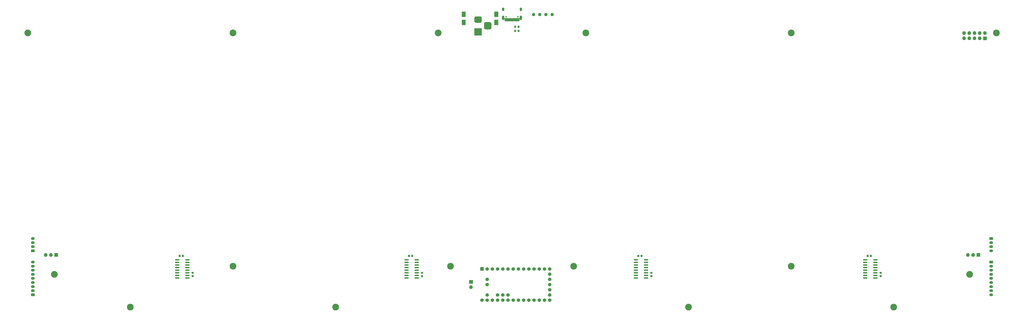
<source format=gbr>
G04 #@! TF.GenerationSoftware,KiCad,Pcbnew,(5.1.7)-1*
G04 #@! TF.CreationDate,2021-02-28T23:21:41-05:00*
G04 #@! TF.ProjectId,OpeNITHM-full,4f70654e-4954-4484-9d2d-66756c6c2e6b,rev?*
G04 #@! TF.SameCoordinates,Original*
G04 #@! TF.FileFunction,Soldermask,Bot*
G04 #@! TF.FilePolarity,Negative*
%FSLAX46Y46*%
G04 Gerber Fmt 4.6, Leading zero omitted, Abs format (unit mm)*
G04 Created by KiCad (PCBNEW (5.1.7)-1) date 2021-02-28 23:21:41*
%MOMM*%
%LPD*%
G01*
G04 APERTURE LIST*
%ADD10O,1.102000X1.702000*%
%ADD11C,0.752000*%
%ADD12O,1.102000X2.202000*%
%ADD13O,1.802000X1.802000*%
%ADD14C,1.702000*%
%ADD15C,1.602000*%
%ADD16O,1.852000X1.302000*%
%ADD17C,3.302000*%
%ADD18C,0.100000*%
G04 APERTURE END LIST*
G36*
G01*
X209371000Y-128729500D02*
X209371000Y-129080500D01*
G75*
G02*
X209195500Y-129256000I-175500J0D01*
G01*
X207494500Y-129256000D01*
G75*
G02*
X207319000Y-129080500I0J175500D01*
G01*
X207319000Y-128729500D01*
G75*
G02*
X207494500Y-128554000I175500J0D01*
G01*
X209195500Y-128554000D01*
G75*
G02*
X209371000Y-128729500I0J-175500D01*
G01*
G37*
G36*
G01*
X209371000Y-129999500D02*
X209371000Y-130350500D01*
G75*
G02*
X209195500Y-130526000I-175500J0D01*
G01*
X207494500Y-130526000D01*
G75*
G02*
X207319000Y-130350500I0J175500D01*
G01*
X207319000Y-129999500D01*
G75*
G02*
X207494500Y-129824000I175500J0D01*
G01*
X209195500Y-129824000D01*
G75*
G02*
X209371000Y-129999500I0J-175500D01*
G01*
G37*
G36*
G01*
X209371000Y-131269500D02*
X209371000Y-131620500D01*
G75*
G02*
X209195500Y-131796000I-175500J0D01*
G01*
X207494500Y-131796000D01*
G75*
G02*
X207319000Y-131620500I0J175500D01*
G01*
X207319000Y-131269500D01*
G75*
G02*
X207494500Y-131094000I175500J0D01*
G01*
X209195500Y-131094000D01*
G75*
G02*
X209371000Y-131269500I0J-175500D01*
G01*
G37*
G36*
G01*
X209371000Y-132539500D02*
X209371000Y-132890500D01*
G75*
G02*
X209195500Y-133066000I-175500J0D01*
G01*
X207494500Y-133066000D01*
G75*
G02*
X207319000Y-132890500I0J175500D01*
G01*
X207319000Y-132539500D01*
G75*
G02*
X207494500Y-132364000I175500J0D01*
G01*
X209195500Y-132364000D01*
G75*
G02*
X209371000Y-132539500I0J-175500D01*
G01*
G37*
G36*
G01*
X209371000Y-133809500D02*
X209371000Y-134160500D01*
G75*
G02*
X209195500Y-134336000I-175500J0D01*
G01*
X207494500Y-134336000D01*
G75*
G02*
X207319000Y-134160500I0J175500D01*
G01*
X207319000Y-133809500D01*
G75*
G02*
X207494500Y-133634000I175500J0D01*
G01*
X209195500Y-133634000D01*
G75*
G02*
X209371000Y-133809500I0J-175500D01*
G01*
G37*
G36*
G01*
X209371000Y-135079500D02*
X209371000Y-135430500D01*
G75*
G02*
X209195500Y-135606000I-175500J0D01*
G01*
X207494500Y-135606000D01*
G75*
G02*
X207319000Y-135430500I0J175500D01*
G01*
X207319000Y-135079500D01*
G75*
G02*
X207494500Y-134904000I175500J0D01*
G01*
X209195500Y-134904000D01*
G75*
G02*
X209371000Y-135079500I0J-175500D01*
G01*
G37*
G36*
G01*
X209371000Y-136349500D02*
X209371000Y-136700500D01*
G75*
G02*
X209195500Y-136876000I-175500J0D01*
G01*
X207494500Y-136876000D01*
G75*
G02*
X207319000Y-136700500I0J175500D01*
G01*
X207319000Y-136349500D01*
G75*
G02*
X207494500Y-136174000I175500J0D01*
G01*
X209195500Y-136174000D01*
G75*
G02*
X209371000Y-136349500I0J-175500D01*
G01*
G37*
G36*
G01*
X209371000Y-137619500D02*
X209371000Y-137970500D01*
G75*
G02*
X209195500Y-138146000I-175500J0D01*
G01*
X207494500Y-138146000D01*
G75*
G02*
X207319000Y-137970500I0J175500D01*
G01*
X207319000Y-137619500D01*
G75*
G02*
X207494500Y-137444000I175500J0D01*
G01*
X209195500Y-137444000D01*
G75*
G02*
X209371000Y-137619500I0J-175500D01*
G01*
G37*
G36*
G01*
X214321000Y-137619500D02*
X214321000Y-137970500D01*
G75*
G02*
X214145500Y-138146000I-175500J0D01*
G01*
X212444500Y-138146000D01*
G75*
G02*
X212269000Y-137970500I0J175500D01*
G01*
X212269000Y-137619500D01*
G75*
G02*
X212444500Y-137444000I175500J0D01*
G01*
X214145500Y-137444000D01*
G75*
G02*
X214321000Y-137619500I0J-175500D01*
G01*
G37*
G36*
G01*
X214321000Y-136349500D02*
X214321000Y-136700500D01*
G75*
G02*
X214145500Y-136876000I-175500J0D01*
G01*
X212444500Y-136876000D01*
G75*
G02*
X212269000Y-136700500I0J175500D01*
G01*
X212269000Y-136349500D01*
G75*
G02*
X212444500Y-136174000I175500J0D01*
G01*
X214145500Y-136174000D01*
G75*
G02*
X214321000Y-136349500I0J-175500D01*
G01*
G37*
G36*
G01*
X214321000Y-135079500D02*
X214321000Y-135430500D01*
G75*
G02*
X214145500Y-135606000I-175500J0D01*
G01*
X212444500Y-135606000D01*
G75*
G02*
X212269000Y-135430500I0J175500D01*
G01*
X212269000Y-135079500D01*
G75*
G02*
X212444500Y-134904000I175500J0D01*
G01*
X214145500Y-134904000D01*
G75*
G02*
X214321000Y-135079500I0J-175500D01*
G01*
G37*
G36*
G01*
X214321000Y-133809500D02*
X214321000Y-134160500D01*
G75*
G02*
X214145500Y-134336000I-175500J0D01*
G01*
X212444500Y-134336000D01*
G75*
G02*
X212269000Y-134160500I0J175500D01*
G01*
X212269000Y-133809500D01*
G75*
G02*
X212444500Y-133634000I175500J0D01*
G01*
X214145500Y-133634000D01*
G75*
G02*
X214321000Y-133809500I0J-175500D01*
G01*
G37*
G36*
G01*
X214321000Y-132539500D02*
X214321000Y-132890500D01*
G75*
G02*
X214145500Y-133066000I-175500J0D01*
G01*
X212444500Y-133066000D01*
G75*
G02*
X212269000Y-132890500I0J175500D01*
G01*
X212269000Y-132539500D01*
G75*
G02*
X212444500Y-132364000I175500J0D01*
G01*
X214145500Y-132364000D01*
G75*
G02*
X214321000Y-132539500I0J-175500D01*
G01*
G37*
G36*
G01*
X214321000Y-131269500D02*
X214321000Y-131620500D01*
G75*
G02*
X214145500Y-131796000I-175500J0D01*
G01*
X212444500Y-131796000D01*
G75*
G02*
X212269000Y-131620500I0J175500D01*
G01*
X212269000Y-131269500D01*
G75*
G02*
X212444500Y-131094000I175500J0D01*
G01*
X214145500Y-131094000D01*
G75*
G02*
X214321000Y-131269500I0J-175500D01*
G01*
G37*
G36*
G01*
X214321000Y-129999500D02*
X214321000Y-130350500D01*
G75*
G02*
X214145500Y-130526000I-175500J0D01*
G01*
X212444500Y-130526000D01*
G75*
G02*
X212269000Y-130350500I0J175500D01*
G01*
X212269000Y-129999500D01*
G75*
G02*
X212444500Y-129824000I175500J0D01*
G01*
X214145500Y-129824000D01*
G75*
G02*
X214321000Y-129999500I0J-175500D01*
G01*
G37*
G36*
G01*
X214321000Y-128729500D02*
X214321000Y-129080500D01*
G75*
G02*
X214145500Y-129256000I-175500J0D01*
G01*
X212444500Y-129256000D01*
G75*
G02*
X212269000Y-129080500I0J175500D01*
G01*
X212269000Y-128729500D01*
G75*
G02*
X212444500Y-128554000I175500J0D01*
G01*
X214145500Y-128554000D01*
G75*
G02*
X214321000Y-128729500I0J-175500D01*
G01*
G37*
G36*
G01*
X-9199000Y-128729500D02*
X-9199000Y-129080500D01*
G75*
G02*
X-9374500Y-129256000I-175500J0D01*
G01*
X-11075500Y-129256000D01*
G75*
G02*
X-11251000Y-129080500I0J175500D01*
G01*
X-11251000Y-128729500D01*
G75*
G02*
X-11075500Y-128554000I175500J0D01*
G01*
X-9374500Y-128554000D01*
G75*
G02*
X-9199000Y-128729500I0J-175500D01*
G01*
G37*
G36*
G01*
X-9199000Y-129999500D02*
X-9199000Y-130350500D01*
G75*
G02*
X-9374500Y-130526000I-175500J0D01*
G01*
X-11075500Y-130526000D01*
G75*
G02*
X-11251000Y-130350500I0J175500D01*
G01*
X-11251000Y-129999500D01*
G75*
G02*
X-11075500Y-129824000I175500J0D01*
G01*
X-9374500Y-129824000D01*
G75*
G02*
X-9199000Y-129999500I0J-175500D01*
G01*
G37*
G36*
G01*
X-9199000Y-131269500D02*
X-9199000Y-131620500D01*
G75*
G02*
X-9374500Y-131796000I-175500J0D01*
G01*
X-11075500Y-131796000D01*
G75*
G02*
X-11251000Y-131620500I0J175500D01*
G01*
X-11251000Y-131269500D01*
G75*
G02*
X-11075500Y-131094000I175500J0D01*
G01*
X-9374500Y-131094000D01*
G75*
G02*
X-9199000Y-131269500I0J-175500D01*
G01*
G37*
G36*
G01*
X-9199000Y-132539500D02*
X-9199000Y-132890500D01*
G75*
G02*
X-9374500Y-133066000I-175500J0D01*
G01*
X-11075500Y-133066000D01*
G75*
G02*
X-11251000Y-132890500I0J175500D01*
G01*
X-11251000Y-132539500D01*
G75*
G02*
X-11075500Y-132364000I175500J0D01*
G01*
X-9374500Y-132364000D01*
G75*
G02*
X-9199000Y-132539500I0J-175500D01*
G01*
G37*
G36*
G01*
X-9199000Y-133809500D02*
X-9199000Y-134160500D01*
G75*
G02*
X-9374500Y-134336000I-175500J0D01*
G01*
X-11075500Y-134336000D01*
G75*
G02*
X-11251000Y-134160500I0J175500D01*
G01*
X-11251000Y-133809500D01*
G75*
G02*
X-11075500Y-133634000I175500J0D01*
G01*
X-9374500Y-133634000D01*
G75*
G02*
X-9199000Y-133809500I0J-175500D01*
G01*
G37*
G36*
G01*
X-9199000Y-135079500D02*
X-9199000Y-135430500D01*
G75*
G02*
X-9374500Y-135606000I-175500J0D01*
G01*
X-11075500Y-135606000D01*
G75*
G02*
X-11251000Y-135430500I0J175500D01*
G01*
X-11251000Y-135079500D01*
G75*
G02*
X-11075500Y-134904000I175500J0D01*
G01*
X-9374500Y-134904000D01*
G75*
G02*
X-9199000Y-135079500I0J-175500D01*
G01*
G37*
G36*
G01*
X-9199000Y-136349500D02*
X-9199000Y-136700500D01*
G75*
G02*
X-9374500Y-136876000I-175500J0D01*
G01*
X-11075500Y-136876000D01*
G75*
G02*
X-11251000Y-136700500I0J175500D01*
G01*
X-11251000Y-136349500D01*
G75*
G02*
X-11075500Y-136174000I175500J0D01*
G01*
X-9374500Y-136174000D01*
G75*
G02*
X-9199000Y-136349500I0J-175500D01*
G01*
G37*
G36*
G01*
X-9199000Y-137619500D02*
X-9199000Y-137970500D01*
G75*
G02*
X-9374500Y-138146000I-175500J0D01*
G01*
X-11075500Y-138146000D01*
G75*
G02*
X-11251000Y-137970500I0J175500D01*
G01*
X-11251000Y-137619500D01*
G75*
G02*
X-11075500Y-137444000I175500J0D01*
G01*
X-9374500Y-137444000D01*
G75*
G02*
X-9199000Y-137619500I0J-175500D01*
G01*
G37*
G36*
G01*
X-14149000Y-137619500D02*
X-14149000Y-137970500D01*
G75*
G02*
X-14324500Y-138146000I-175500J0D01*
G01*
X-16025500Y-138146000D01*
G75*
G02*
X-16201000Y-137970500I0J175500D01*
G01*
X-16201000Y-137619500D01*
G75*
G02*
X-16025500Y-137444000I175500J0D01*
G01*
X-14324500Y-137444000D01*
G75*
G02*
X-14149000Y-137619500I0J-175500D01*
G01*
G37*
G36*
G01*
X-14149000Y-136349500D02*
X-14149000Y-136700500D01*
G75*
G02*
X-14324500Y-136876000I-175500J0D01*
G01*
X-16025500Y-136876000D01*
G75*
G02*
X-16201000Y-136700500I0J175500D01*
G01*
X-16201000Y-136349500D01*
G75*
G02*
X-16025500Y-136174000I175500J0D01*
G01*
X-14324500Y-136174000D01*
G75*
G02*
X-14149000Y-136349500I0J-175500D01*
G01*
G37*
G36*
G01*
X-14149000Y-135079500D02*
X-14149000Y-135430500D01*
G75*
G02*
X-14324500Y-135606000I-175500J0D01*
G01*
X-16025500Y-135606000D01*
G75*
G02*
X-16201000Y-135430500I0J175500D01*
G01*
X-16201000Y-135079500D01*
G75*
G02*
X-16025500Y-134904000I175500J0D01*
G01*
X-14324500Y-134904000D01*
G75*
G02*
X-14149000Y-135079500I0J-175500D01*
G01*
G37*
G36*
G01*
X-14149000Y-133809500D02*
X-14149000Y-134160500D01*
G75*
G02*
X-14324500Y-134336000I-175500J0D01*
G01*
X-16025500Y-134336000D01*
G75*
G02*
X-16201000Y-134160500I0J175500D01*
G01*
X-16201000Y-133809500D01*
G75*
G02*
X-16025500Y-133634000I175500J0D01*
G01*
X-14324500Y-133634000D01*
G75*
G02*
X-14149000Y-133809500I0J-175500D01*
G01*
G37*
G36*
G01*
X-14149000Y-132539500D02*
X-14149000Y-132890500D01*
G75*
G02*
X-14324500Y-133066000I-175500J0D01*
G01*
X-16025500Y-133066000D01*
G75*
G02*
X-16201000Y-132890500I0J175500D01*
G01*
X-16201000Y-132539500D01*
G75*
G02*
X-16025500Y-132364000I175500J0D01*
G01*
X-14324500Y-132364000D01*
G75*
G02*
X-14149000Y-132539500I0J-175500D01*
G01*
G37*
G36*
G01*
X-14149000Y-131269500D02*
X-14149000Y-131620500D01*
G75*
G02*
X-14324500Y-131796000I-175500J0D01*
G01*
X-16025500Y-131796000D01*
G75*
G02*
X-16201000Y-131620500I0J175500D01*
G01*
X-16201000Y-131269500D01*
G75*
G02*
X-16025500Y-131094000I175500J0D01*
G01*
X-14324500Y-131094000D01*
G75*
G02*
X-14149000Y-131269500I0J-175500D01*
G01*
G37*
G36*
G01*
X-14149000Y-129999500D02*
X-14149000Y-130350500D01*
G75*
G02*
X-14324500Y-130526000I-175500J0D01*
G01*
X-16025500Y-130526000D01*
G75*
G02*
X-16201000Y-130350500I0J175500D01*
G01*
X-16201000Y-129999500D01*
G75*
G02*
X-16025500Y-129824000I175500J0D01*
G01*
X-14324500Y-129824000D01*
G75*
G02*
X-14149000Y-129999500I0J-175500D01*
G01*
G37*
G36*
G01*
X-14149000Y-128729500D02*
X-14149000Y-129080500D01*
G75*
G02*
X-14324500Y-129256000I-175500J0D01*
G01*
X-16025500Y-129256000D01*
G75*
G02*
X-16201000Y-129080500I0J175500D01*
G01*
X-16201000Y-128729500D01*
G75*
G02*
X-16025500Y-128554000I175500J0D01*
G01*
X-14324500Y-128554000D01*
G75*
G02*
X-14149000Y-128729500I0J-175500D01*
G01*
G37*
G36*
G01*
X321131000Y-128729500D02*
X321131000Y-129080500D01*
G75*
G02*
X320955500Y-129256000I-175500J0D01*
G01*
X319254500Y-129256000D01*
G75*
G02*
X319079000Y-129080500I0J175500D01*
G01*
X319079000Y-128729500D01*
G75*
G02*
X319254500Y-128554000I175500J0D01*
G01*
X320955500Y-128554000D01*
G75*
G02*
X321131000Y-128729500I0J-175500D01*
G01*
G37*
G36*
G01*
X321131000Y-129999500D02*
X321131000Y-130350500D01*
G75*
G02*
X320955500Y-130526000I-175500J0D01*
G01*
X319254500Y-130526000D01*
G75*
G02*
X319079000Y-130350500I0J175500D01*
G01*
X319079000Y-129999500D01*
G75*
G02*
X319254500Y-129824000I175500J0D01*
G01*
X320955500Y-129824000D01*
G75*
G02*
X321131000Y-129999500I0J-175500D01*
G01*
G37*
G36*
G01*
X321131000Y-131269500D02*
X321131000Y-131620500D01*
G75*
G02*
X320955500Y-131796000I-175500J0D01*
G01*
X319254500Y-131796000D01*
G75*
G02*
X319079000Y-131620500I0J175500D01*
G01*
X319079000Y-131269500D01*
G75*
G02*
X319254500Y-131094000I175500J0D01*
G01*
X320955500Y-131094000D01*
G75*
G02*
X321131000Y-131269500I0J-175500D01*
G01*
G37*
G36*
G01*
X321131000Y-132539500D02*
X321131000Y-132890500D01*
G75*
G02*
X320955500Y-133066000I-175500J0D01*
G01*
X319254500Y-133066000D01*
G75*
G02*
X319079000Y-132890500I0J175500D01*
G01*
X319079000Y-132539500D01*
G75*
G02*
X319254500Y-132364000I175500J0D01*
G01*
X320955500Y-132364000D01*
G75*
G02*
X321131000Y-132539500I0J-175500D01*
G01*
G37*
G36*
G01*
X321131000Y-133809500D02*
X321131000Y-134160500D01*
G75*
G02*
X320955500Y-134336000I-175500J0D01*
G01*
X319254500Y-134336000D01*
G75*
G02*
X319079000Y-134160500I0J175500D01*
G01*
X319079000Y-133809500D01*
G75*
G02*
X319254500Y-133634000I175500J0D01*
G01*
X320955500Y-133634000D01*
G75*
G02*
X321131000Y-133809500I0J-175500D01*
G01*
G37*
G36*
G01*
X321131000Y-135079500D02*
X321131000Y-135430500D01*
G75*
G02*
X320955500Y-135606000I-175500J0D01*
G01*
X319254500Y-135606000D01*
G75*
G02*
X319079000Y-135430500I0J175500D01*
G01*
X319079000Y-135079500D01*
G75*
G02*
X319254500Y-134904000I175500J0D01*
G01*
X320955500Y-134904000D01*
G75*
G02*
X321131000Y-135079500I0J-175500D01*
G01*
G37*
G36*
G01*
X321131000Y-136349500D02*
X321131000Y-136700500D01*
G75*
G02*
X320955500Y-136876000I-175500J0D01*
G01*
X319254500Y-136876000D01*
G75*
G02*
X319079000Y-136700500I0J175500D01*
G01*
X319079000Y-136349500D01*
G75*
G02*
X319254500Y-136174000I175500J0D01*
G01*
X320955500Y-136174000D01*
G75*
G02*
X321131000Y-136349500I0J-175500D01*
G01*
G37*
G36*
G01*
X321131000Y-137619500D02*
X321131000Y-137970500D01*
G75*
G02*
X320955500Y-138146000I-175500J0D01*
G01*
X319254500Y-138146000D01*
G75*
G02*
X319079000Y-137970500I0J175500D01*
G01*
X319079000Y-137619500D01*
G75*
G02*
X319254500Y-137444000I175500J0D01*
G01*
X320955500Y-137444000D01*
G75*
G02*
X321131000Y-137619500I0J-175500D01*
G01*
G37*
G36*
G01*
X326081000Y-137619500D02*
X326081000Y-137970500D01*
G75*
G02*
X325905500Y-138146000I-175500J0D01*
G01*
X324204500Y-138146000D01*
G75*
G02*
X324029000Y-137970500I0J175500D01*
G01*
X324029000Y-137619500D01*
G75*
G02*
X324204500Y-137444000I175500J0D01*
G01*
X325905500Y-137444000D01*
G75*
G02*
X326081000Y-137619500I0J-175500D01*
G01*
G37*
G36*
G01*
X326081000Y-136349500D02*
X326081000Y-136700500D01*
G75*
G02*
X325905500Y-136876000I-175500J0D01*
G01*
X324204500Y-136876000D01*
G75*
G02*
X324029000Y-136700500I0J175500D01*
G01*
X324029000Y-136349500D01*
G75*
G02*
X324204500Y-136174000I175500J0D01*
G01*
X325905500Y-136174000D01*
G75*
G02*
X326081000Y-136349500I0J-175500D01*
G01*
G37*
G36*
G01*
X326081000Y-135079500D02*
X326081000Y-135430500D01*
G75*
G02*
X325905500Y-135606000I-175500J0D01*
G01*
X324204500Y-135606000D01*
G75*
G02*
X324029000Y-135430500I0J175500D01*
G01*
X324029000Y-135079500D01*
G75*
G02*
X324204500Y-134904000I175500J0D01*
G01*
X325905500Y-134904000D01*
G75*
G02*
X326081000Y-135079500I0J-175500D01*
G01*
G37*
G36*
G01*
X326081000Y-133809500D02*
X326081000Y-134160500D01*
G75*
G02*
X325905500Y-134336000I-175500J0D01*
G01*
X324204500Y-134336000D01*
G75*
G02*
X324029000Y-134160500I0J175500D01*
G01*
X324029000Y-133809500D01*
G75*
G02*
X324204500Y-133634000I175500J0D01*
G01*
X325905500Y-133634000D01*
G75*
G02*
X326081000Y-133809500I0J-175500D01*
G01*
G37*
G36*
G01*
X326081000Y-132539500D02*
X326081000Y-132890500D01*
G75*
G02*
X325905500Y-133066000I-175500J0D01*
G01*
X324204500Y-133066000D01*
G75*
G02*
X324029000Y-132890500I0J175500D01*
G01*
X324029000Y-132539500D01*
G75*
G02*
X324204500Y-132364000I175500J0D01*
G01*
X325905500Y-132364000D01*
G75*
G02*
X326081000Y-132539500I0J-175500D01*
G01*
G37*
G36*
G01*
X326081000Y-131269500D02*
X326081000Y-131620500D01*
G75*
G02*
X325905500Y-131796000I-175500J0D01*
G01*
X324204500Y-131796000D01*
G75*
G02*
X324029000Y-131620500I0J175500D01*
G01*
X324029000Y-131269500D01*
G75*
G02*
X324204500Y-131094000I175500J0D01*
G01*
X325905500Y-131094000D01*
G75*
G02*
X326081000Y-131269500I0J-175500D01*
G01*
G37*
G36*
G01*
X326081000Y-129999500D02*
X326081000Y-130350500D01*
G75*
G02*
X325905500Y-130526000I-175500J0D01*
G01*
X324204500Y-130526000D01*
G75*
G02*
X324029000Y-130350500I0J175500D01*
G01*
X324029000Y-129999500D01*
G75*
G02*
X324204500Y-129824000I175500J0D01*
G01*
X325905500Y-129824000D01*
G75*
G02*
X326081000Y-129999500I0J-175500D01*
G01*
G37*
G36*
G01*
X326081000Y-128729500D02*
X326081000Y-129080500D01*
G75*
G02*
X325905500Y-129256000I-175500J0D01*
G01*
X324204500Y-129256000D01*
G75*
G02*
X324029000Y-129080500I0J175500D01*
G01*
X324029000Y-128729500D01*
G75*
G02*
X324204500Y-128554000I175500J0D01*
G01*
X325905500Y-128554000D01*
G75*
G02*
X326081000Y-128729500I0J-175500D01*
G01*
G37*
G36*
G01*
X323361000Y-126724500D02*
X323361000Y-127275500D01*
G75*
G02*
X323110500Y-127526000I-250500J0D01*
G01*
X322609500Y-127526000D01*
G75*
G02*
X322359000Y-127275500I0J250500D01*
G01*
X322359000Y-126724500D01*
G75*
G02*
X322609500Y-126474000I250500J0D01*
G01*
X323110500Y-126474000D01*
G75*
G02*
X323361000Y-126724500I0J-250500D01*
G01*
G37*
G36*
G01*
X321811000Y-126724500D02*
X321811000Y-127275500D01*
G75*
G02*
X321560500Y-127526000I-250500J0D01*
G01*
X321059500Y-127526000D01*
G75*
G02*
X320809000Y-127275500I0J250500D01*
G01*
X320809000Y-126724500D01*
G75*
G02*
X321059500Y-126474000I250500J0D01*
G01*
X321560500Y-126474000D01*
G75*
G02*
X321811000Y-126724500I0J-250500D01*
G01*
G37*
G36*
G01*
X327359500Y-136454000D02*
X327960500Y-136454000D01*
G75*
G02*
X328186000Y-136679500I0J-225500D01*
G01*
X328186000Y-137130500D01*
G75*
G02*
X327960500Y-137356000I-225500J0D01*
G01*
X327359500Y-137356000D01*
G75*
G02*
X327134000Y-137130500I0J225500D01*
G01*
X327134000Y-136679500D01*
G75*
G02*
X327359500Y-136454000I225500J0D01*
G01*
G37*
G36*
G01*
X327359500Y-134804000D02*
X327960500Y-134804000D01*
G75*
G02*
X328186000Y-135029500I0J-225500D01*
G01*
X328186000Y-135480500D01*
G75*
G02*
X327960500Y-135706000I-225500J0D01*
G01*
X327359500Y-135706000D01*
G75*
G02*
X327134000Y-135480500I0J225500D01*
G01*
X327134000Y-135029500D01*
G75*
G02*
X327359500Y-134804000I225500J0D01*
G01*
G37*
G36*
G01*
X211601000Y-126724500D02*
X211601000Y-127275500D01*
G75*
G02*
X211350500Y-127526000I-250500J0D01*
G01*
X210849500Y-127526000D01*
G75*
G02*
X210599000Y-127275500I0J250500D01*
G01*
X210599000Y-126724500D01*
G75*
G02*
X210849500Y-126474000I250500J0D01*
G01*
X211350500Y-126474000D01*
G75*
G02*
X211601000Y-126724500I0J-250500D01*
G01*
G37*
G36*
G01*
X210051000Y-126724500D02*
X210051000Y-127275500D01*
G75*
G02*
X209800500Y-127526000I-250500J0D01*
G01*
X209299500Y-127526000D01*
G75*
G02*
X209049000Y-127275500I0J250500D01*
G01*
X209049000Y-126724500D01*
G75*
G02*
X209299500Y-126474000I250500J0D01*
G01*
X209800500Y-126474000D01*
G75*
G02*
X210051000Y-126724500I0J-250500D01*
G01*
G37*
G36*
G01*
X215599500Y-136454000D02*
X216200500Y-136454000D01*
G75*
G02*
X216426000Y-136679500I0J-225500D01*
G01*
X216426000Y-137130500D01*
G75*
G02*
X216200500Y-137356000I-225500J0D01*
G01*
X215599500Y-137356000D01*
G75*
G02*
X215374000Y-137130500I0J225500D01*
G01*
X215374000Y-136679500D01*
G75*
G02*
X215599500Y-136454000I225500J0D01*
G01*
G37*
G36*
G01*
X215599500Y-134804000D02*
X216200500Y-134804000D01*
G75*
G02*
X216426000Y-135029500I0J-225500D01*
G01*
X216426000Y-135480500D01*
G75*
G02*
X216200500Y-135706000I-225500J0D01*
G01*
X215599500Y-135706000D01*
G75*
G02*
X215374000Y-135480500I0J225500D01*
G01*
X215374000Y-135029500D01*
G75*
G02*
X215599500Y-134804000I225500J0D01*
G01*
G37*
D10*
X152320000Y-6450000D03*
D11*
X150890000Y-10100000D03*
D10*
X143680000Y-6450000D03*
D11*
X145110000Y-10100000D03*
D12*
X143680000Y-10630000D03*
X152320000Y-10630000D03*
G36*
G01*
X147549000Y-12270000D02*
X147549000Y-10820000D01*
G75*
G02*
X147600000Y-10769000I51000J0D01*
G01*
X147900000Y-10769000D01*
G75*
G02*
X147951000Y-10820000I0J-51000D01*
G01*
X147951000Y-12270000D01*
G75*
G02*
X147900000Y-12321000I-51000J0D01*
G01*
X147600000Y-12321000D01*
G75*
G02*
X147549000Y-12270000I0J51000D01*
G01*
G37*
G36*
G01*
X149549000Y-12270000D02*
X149549000Y-10820000D01*
G75*
G02*
X149600000Y-10769000I51000J0D01*
G01*
X149900000Y-10769000D01*
G75*
G02*
X149951000Y-10820000I0J-51000D01*
G01*
X149951000Y-12270000D01*
G75*
G02*
X149900000Y-12321000I-51000J0D01*
G01*
X149600000Y-12321000D01*
G75*
G02*
X149549000Y-12270000I0J51000D01*
G01*
G37*
G36*
G01*
X149049000Y-12270000D02*
X149049000Y-10820000D01*
G75*
G02*
X149100000Y-10769000I51000J0D01*
G01*
X149400000Y-10769000D01*
G75*
G02*
X149451000Y-10820000I0J-51000D01*
G01*
X149451000Y-12270000D01*
G75*
G02*
X149400000Y-12321000I-51000J0D01*
G01*
X149100000Y-12321000D01*
G75*
G02*
X149049000Y-12270000I0J51000D01*
G01*
G37*
G36*
G01*
X148549000Y-12270000D02*
X148549000Y-10820000D01*
G75*
G02*
X148600000Y-10769000I51000J0D01*
G01*
X148900000Y-10769000D01*
G75*
G02*
X148951000Y-10820000I0J-51000D01*
G01*
X148951000Y-12270000D01*
G75*
G02*
X148900000Y-12321000I-51000J0D01*
G01*
X148600000Y-12321000D01*
G75*
G02*
X148549000Y-12270000I0J51000D01*
G01*
G37*
G36*
G01*
X148049000Y-12270000D02*
X148049000Y-10820000D01*
G75*
G02*
X148100000Y-10769000I51000J0D01*
G01*
X148400000Y-10769000D01*
G75*
G02*
X148451000Y-10820000I0J-51000D01*
G01*
X148451000Y-12270000D01*
G75*
G02*
X148400000Y-12321000I-51000J0D01*
G01*
X148100000Y-12321000D01*
G75*
G02*
X148049000Y-12270000I0J51000D01*
G01*
G37*
G36*
G01*
X147049000Y-12270000D02*
X147049000Y-10820000D01*
G75*
G02*
X147100000Y-10769000I51000J0D01*
G01*
X147400000Y-10769000D01*
G75*
G02*
X147451000Y-10820000I0J-51000D01*
G01*
X147451000Y-12270000D01*
G75*
G02*
X147400000Y-12321000I-51000J0D01*
G01*
X147100000Y-12321000D01*
G75*
G02*
X147049000Y-12270000I0J51000D01*
G01*
G37*
G36*
G01*
X146549000Y-12270000D02*
X146549000Y-10820000D01*
G75*
G02*
X146600000Y-10769000I51000J0D01*
G01*
X146900000Y-10769000D01*
G75*
G02*
X146951000Y-10820000I0J-51000D01*
G01*
X146951000Y-12270000D01*
G75*
G02*
X146900000Y-12321000I-51000J0D01*
G01*
X146600000Y-12321000D01*
G75*
G02*
X146549000Y-12270000I0J51000D01*
G01*
G37*
G36*
G01*
X146049000Y-12270000D02*
X146049000Y-10820000D01*
G75*
G02*
X146100000Y-10769000I51000J0D01*
G01*
X146400000Y-10769000D01*
G75*
G02*
X146451000Y-10820000I0J-51000D01*
G01*
X146451000Y-12270000D01*
G75*
G02*
X146400000Y-12321000I-51000J0D01*
G01*
X146100000Y-12321000D01*
G75*
G02*
X146049000Y-12270000I0J51000D01*
G01*
G37*
G36*
G01*
X150899000Y-12270000D02*
X150899000Y-10820000D01*
G75*
G02*
X150950000Y-10769000I51000J0D01*
G01*
X151550000Y-10769000D01*
G75*
G02*
X151601000Y-10820000I0J-51000D01*
G01*
X151601000Y-12270000D01*
G75*
G02*
X151550000Y-12321000I-51000J0D01*
G01*
X150950000Y-12321000D01*
G75*
G02*
X150899000Y-12270000I0J51000D01*
G01*
G37*
G36*
G01*
X150099000Y-12270000D02*
X150099000Y-10820000D01*
G75*
G02*
X150150000Y-10769000I51000J0D01*
G01*
X150750000Y-10769000D01*
G75*
G02*
X150801000Y-10820000I0J-51000D01*
G01*
X150801000Y-12270000D01*
G75*
G02*
X150750000Y-12321000I-51000J0D01*
G01*
X150150000Y-12321000D01*
G75*
G02*
X150099000Y-12270000I0J51000D01*
G01*
G37*
G36*
G01*
X145199000Y-12270000D02*
X145199000Y-10820000D01*
G75*
G02*
X145250000Y-10769000I51000J0D01*
G01*
X145850000Y-10769000D01*
G75*
G02*
X145901000Y-10820000I0J-51000D01*
G01*
X145901000Y-12270000D01*
G75*
G02*
X145850000Y-12321000I-51000J0D01*
G01*
X145250000Y-12321000D01*
G75*
G02*
X145199000Y-12270000I0J51000D01*
G01*
G37*
G36*
G01*
X144399000Y-12270000D02*
X144399000Y-10820000D01*
G75*
G02*
X144450000Y-10769000I51000J0D01*
G01*
X145050000Y-10769000D01*
G75*
G02*
X145101000Y-10820000I0J-51000D01*
G01*
X145101000Y-12270000D01*
G75*
G02*
X145050000Y-12321000I-51000J0D01*
G01*
X144450000Y-12321000D01*
G75*
G02*
X144399000Y-12270000I0J51000D01*
G01*
G37*
G36*
G01*
X144399000Y-12270000D02*
X144399000Y-10820000D01*
G75*
G02*
X144450000Y-10769000I51000J0D01*
G01*
X145050000Y-10769000D01*
G75*
G02*
X145101000Y-10820000I0J-51000D01*
G01*
X145101000Y-12270000D01*
G75*
G02*
X145050000Y-12321000I-51000J0D01*
G01*
X144450000Y-12321000D01*
G75*
G02*
X144399000Y-12270000I0J51000D01*
G01*
G37*
G36*
G01*
X145199000Y-12270000D02*
X145199000Y-10820000D01*
G75*
G02*
X145250000Y-10769000I51000J0D01*
G01*
X145850000Y-10769000D01*
G75*
G02*
X145901000Y-10820000I0J-51000D01*
G01*
X145901000Y-12270000D01*
G75*
G02*
X145850000Y-12321000I-51000J0D01*
G01*
X145250000Y-12321000D01*
G75*
G02*
X145199000Y-12270000I0J51000D01*
G01*
G37*
G36*
G01*
X150099000Y-12270000D02*
X150099000Y-10820000D01*
G75*
G02*
X150150000Y-10769000I51000J0D01*
G01*
X150750000Y-10769000D01*
G75*
G02*
X150801000Y-10820000I0J-51000D01*
G01*
X150801000Y-12270000D01*
G75*
G02*
X150750000Y-12321000I-51000J0D01*
G01*
X150150000Y-12321000D01*
G75*
G02*
X150099000Y-12270000I0J51000D01*
G01*
G37*
G36*
G01*
X150899000Y-12270000D02*
X150899000Y-10820000D01*
G75*
G02*
X150950000Y-10769000I51000J0D01*
G01*
X151550000Y-10769000D01*
G75*
G02*
X151601000Y-10820000I0J-51000D01*
G01*
X151601000Y-12270000D01*
G75*
G02*
X151550000Y-12321000I-51000J0D01*
G01*
X150950000Y-12321000D01*
G75*
G02*
X150899000Y-12270000I0J51000D01*
G01*
G37*
D13*
X370170000Y-126500000D03*
X372710000Y-126500000D03*
G36*
G01*
X374400000Y-125599000D02*
X376100000Y-125599000D01*
G75*
G02*
X376151000Y-125650000I0J-51000D01*
G01*
X376151000Y-127350000D01*
G75*
G02*
X376100000Y-127401000I-51000J0D01*
G01*
X374400000Y-127401000D01*
G75*
G02*
X374349000Y-127350000I0J51000D01*
G01*
X374349000Y-125650000D01*
G75*
G02*
X374400000Y-125599000I51000J0D01*
G01*
G37*
X-79250000Y-126500000D03*
X-76710000Y-126500000D03*
G36*
G01*
X-75020000Y-125599000D02*
X-73320000Y-125599000D01*
G75*
G02*
X-73269000Y-125650000I0J-51000D01*
G01*
X-73269000Y-127350000D01*
G75*
G02*
X-73320000Y-127401000I-51000J0D01*
G01*
X-75020000Y-127401000D01*
G75*
G02*
X-75071000Y-127350000I0J51000D01*
G01*
X-75071000Y-125650000D01*
G75*
G02*
X-75020000Y-125599000I51000J0D01*
G01*
G37*
G36*
G01*
X125360000Y-14191000D02*
X123560000Y-14191000D01*
G75*
G02*
X123509000Y-14140000I0J51000D01*
G01*
X123509000Y-11640000D01*
G75*
G02*
X123560000Y-11589000I51000J0D01*
G01*
X125360000Y-11589000D01*
G75*
G02*
X125411000Y-11640000I0J-51000D01*
G01*
X125411000Y-14140000D01*
G75*
G02*
X125360000Y-14191000I-51000J0D01*
G01*
G37*
G36*
G01*
X125360000Y-10191000D02*
X123560000Y-10191000D01*
G75*
G02*
X123509000Y-10140000I0J51000D01*
G01*
X123509000Y-7640000D01*
G75*
G02*
X123560000Y-7589000I51000J0D01*
G01*
X125360000Y-7589000D01*
G75*
G02*
X125411000Y-7640000I0J-51000D01*
G01*
X125411000Y-10140000D01*
G75*
G02*
X125360000Y-10191000I-51000J0D01*
G01*
G37*
G36*
G01*
X141235000Y-14191000D02*
X139435000Y-14191000D01*
G75*
G02*
X139384000Y-14140000I0J51000D01*
G01*
X139384000Y-11640000D01*
G75*
G02*
X139435000Y-11589000I51000J0D01*
G01*
X141235000Y-11589000D01*
G75*
G02*
X141286000Y-11640000I0J-51000D01*
G01*
X141286000Y-14140000D01*
G75*
G02*
X141235000Y-14191000I-51000J0D01*
G01*
G37*
G36*
G01*
X141235000Y-10191000D02*
X139435000Y-10191000D01*
G75*
G02*
X139384000Y-10140000I0J51000D01*
G01*
X139384000Y-7640000D01*
G75*
G02*
X139435000Y-7589000I51000J0D01*
G01*
X141235000Y-7589000D01*
G75*
G02*
X141286000Y-7640000I0J-51000D01*
G01*
X141286000Y-10140000D01*
G75*
G02*
X141235000Y-10191000I-51000J0D01*
G01*
G37*
X368300000Y-18097500D03*
X368300000Y-20637500D03*
X370840000Y-18097500D03*
X370840000Y-20637500D03*
X373380000Y-18097500D03*
X373380000Y-20637500D03*
X375920000Y-18097500D03*
X375920000Y-20637500D03*
X378460000Y-18097500D03*
G36*
G01*
X379310000Y-21538500D02*
X377610000Y-21538500D01*
G75*
G02*
X377559000Y-21487500I0J51000D01*
G01*
X377559000Y-19787500D01*
G75*
G02*
X377610000Y-19736500I51000J0D01*
G01*
X379310000Y-19736500D01*
G75*
G02*
X379361000Y-19787500I0J-51000D01*
G01*
X379361000Y-21487500D01*
G75*
G02*
X379310000Y-21538500I-51000J0D01*
G01*
G37*
D14*
X135890000Y-140970000D03*
X135890000Y-138430000D03*
G36*
G01*
X132499000Y-134150000D02*
X132499000Y-132550000D01*
G75*
G02*
X132550000Y-132499000I51000J0D01*
G01*
X134150000Y-132499000D01*
G75*
G02*
X134201000Y-132550000I0J-51000D01*
G01*
X134201000Y-134150000D01*
G75*
G02*
X134150000Y-134201000I-51000J0D01*
G01*
X132550000Y-134201000D01*
G75*
G02*
X132499000Y-134150000I0J51000D01*
G01*
G37*
X135890000Y-133350000D03*
X138430000Y-133350000D03*
X140970000Y-133350000D03*
X143510000Y-133350000D03*
X146050000Y-133350000D03*
X148590000Y-133350000D03*
X151130000Y-133350000D03*
X153670000Y-133350000D03*
X156210000Y-133350000D03*
X158750000Y-133350000D03*
X161290000Y-133350000D03*
X163830000Y-133350000D03*
X146050000Y-146050000D03*
X143510000Y-146050000D03*
X140970000Y-146050000D03*
X135890000Y-146050000D03*
X133350000Y-148590000D03*
X135890000Y-148590000D03*
X138430000Y-148590000D03*
X140970000Y-148590000D03*
X143510000Y-148590000D03*
X146050000Y-148590000D03*
X148590000Y-148590000D03*
X151130000Y-148590000D03*
X153670000Y-148590000D03*
X156210000Y-148590000D03*
X158750000Y-148590000D03*
X161290000Y-148590000D03*
X163830000Y-148590000D03*
X166370000Y-133350000D03*
X166370000Y-135890000D03*
X166370000Y-138430000D03*
X166370000Y-148590000D03*
X166370000Y-146050000D03*
X166370000Y-143510000D03*
X166370000Y-140970000D03*
G36*
G01*
X128901000Y-138850000D02*
X128901000Y-140550000D01*
G75*
G02*
X128850000Y-140601000I-51000J0D01*
G01*
X127150000Y-140601000D01*
G75*
G02*
X127099000Y-140550000I0J51000D01*
G01*
X127099000Y-138850000D01*
G75*
G02*
X127150000Y-138799000I51000J0D01*
G01*
X128850000Y-138799000D01*
G75*
G02*
X128901000Y-138850000I0J-51000D01*
G01*
G37*
D13*
X128000000Y-142240000D03*
G36*
G01*
X102561000Y-128729500D02*
X102561000Y-129080500D01*
G75*
G02*
X102385500Y-129256000I-175500J0D01*
G01*
X100684500Y-129256000D01*
G75*
G02*
X100509000Y-129080500I0J175500D01*
G01*
X100509000Y-128729500D01*
G75*
G02*
X100684500Y-128554000I175500J0D01*
G01*
X102385500Y-128554000D01*
G75*
G02*
X102561000Y-128729500I0J-175500D01*
G01*
G37*
G36*
G01*
X102561000Y-129999500D02*
X102561000Y-130350500D01*
G75*
G02*
X102385500Y-130526000I-175500J0D01*
G01*
X100684500Y-130526000D01*
G75*
G02*
X100509000Y-130350500I0J175500D01*
G01*
X100509000Y-129999500D01*
G75*
G02*
X100684500Y-129824000I175500J0D01*
G01*
X102385500Y-129824000D01*
G75*
G02*
X102561000Y-129999500I0J-175500D01*
G01*
G37*
G36*
G01*
X102561000Y-131269500D02*
X102561000Y-131620500D01*
G75*
G02*
X102385500Y-131796000I-175500J0D01*
G01*
X100684500Y-131796000D01*
G75*
G02*
X100509000Y-131620500I0J175500D01*
G01*
X100509000Y-131269500D01*
G75*
G02*
X100684500Y-131094000I175500J0D01*
G01*
X102385500Y-131094000D01*
G75*
G02*
X102561000Y-131269500I0J-175500D01*
G01*
G37*
G36*
G01*
X102561000Y-132539500D02*
X102561000Y-132890500D01*
G75*
G02*
X102385500Y-133066000I-175500J0D01*
G01*
X100684500Y-133066000D01*
G75*
G02*
X100509000Y-132890500I0J175500D01*
G01*
X100509000Y-132539500D01*
G75*
G02*
X100684500Y-132364000I175500J0D01*
G01*
X102385500Y-132364000D01*
G75*
G02*
X102561000Y-132539500I0J-175500D01*
G01*
G37*
G36*
G01*
X102561000Y-133809500D02*
X102561000Y-134160500D01*
G75*
G02*
X102385500Y-134336000I-175500J0D01*
G01*
X100684500Y-134336000D01*
G75*
G02*
X100509000Y-134160500I0J175500D01*
G01*
X100509000Y-133809500D01*
G75*
G02*
X100684500Y-133634000I175500J0D01*
G01*
X102385500Y-133634000D01*
G75*
G02*
X102561000Y-133809500I0J-175500D01*
G01*
G37*
G36*
G01*
X102561000Y-135079500D02*
X102561000Y-135430500D01*
G75*
G02*
X102385500Y-135606000I-175500J0D01*
G01*
X100684500Y-135606000D01*
G75*
G02*
X100509000Y-135430500I0J175500D01*
G01*
X100509000Y-135079500D01*
G75*
G02*
X100684500Y-134904000I175500J0D01*
G01*
X102385500Y-134904000D01*
G75*
G02*
X102561000Y-135079500I0J-175500D01*
G01*
G37*
G36*
G01*
X102561000Y-136349500D02*
X102561000Y-136700500D01*
G75*
G02*
X102385500Y-136876000I-175500J0D01*
G01*
X100684500Y-136876000D01*
G75*
G02*
X100509000Y-136700500I0J175500D01*
G01*
X100509000Y-136349500D01*
G75*
G02*
X100684500Y-136174000I175500J0D01*
G01*
X102385500Y-136174000D01*
G75*
G02*
X102561000Y-136349500I0J-175500D01*
G01*
G37*
G36*
G01*
X102561000Y-137619500D02*
X102561000Y-137970500D01*
G75*
G02*
X102385500Y-138146000I-175500J0D01*
G01*
X100684500Y-138146000D01*
G75*
G02*
X100509000Y-137970500I0J175500D01*
G01*
X100509000Y-137619500D01*
G75*
G02*
X100684500Y-137444000I175500J0D01*
G01*
X102385500Y-137444000D01*
G75*
G02*
X102561000Y-137619500I0J-175500D01*
G01*
G37*
G36*
G01*
X97611000Y-137619500D02*
X97611000Y-137970500D01*
G75*
G02*
X97435500Y-138146000I-175500J0D01*
G01*
X95734500Y-138146000D01*
G75*
G02*
X95559000Y-137970500I0J175500D01*
G01*
X95559000Y-137619500D01*
G75*
G02*
X95734500Y-137444000I175500J0D01*
G01*
X97435500Y-137444000D01*
G75*
G02*
X97611000Y-137619500I0J-175500D01*
G01*
G37*
G36*
G01*
X97611000Y-136349500D02*
X97611000Y-136700500D01*
G75*
G02*
X97435500Y-136876000I-175500J0D01*
G01*
X95734500Y-136876000D01*
G75*
G02*
X95559000Y-136700500I0J175500D01*
G01*
X95559000Y-136349500D01*
G75*
G02*
X95734500Y-136174000I175500J0D01*
G01*
X97435500Y-136174000D01*
G75*
G02*
X97611000Y-136349500I0J-175500D01*
G01*
G37*
G36*
G01*
X97611000Y-135079500D02*
X97611000Y-135430500D01*
G75*
G02*
X97435500Y-135606000I-175500J0D01*
G01*
X95734500Y-135606000D01*
G75*
G02*
X95559000Y-135430500I0J175500D01*
G01*
X95559000Y-135079500D01*
G75*
G02*
X95734500Y-134904000I175500J0D01*
G01*
X97435500Y-134904000D01*
G75*
G02*
X97611000Y-135079500I0J-175500D01*
G01*
G37*
G36*
G01*
X97611000Y-133809500D02*
X97611000Y-134160500D01*
G75*
G02*
X97435500Y-134336000I-175500J0D01*
G01*
X95734500Y-134336000D01*
G75*
G02*
X95559000Y-134160500I0J175500D01*
G01*
X95559000Y-133809500D01*
G75*
G02*
X95734500Y-133634000I175500J0D01*
G01*
X97435500Y-133634000D01*
G75*
G02*
X97611000Y-133809500I0J-175500D01*
G01*
G37*
G36*
G01*
X97611000Y-132539500D02*
X97611000Y-132890500D01*
G75*
G02*
X97435500Y-133066000I-175500J0D01*
G01*
X95734500Y-133066000D01*
G75*
G02*
X95559000Y-132890500I0J175500D01*
G01*
X95559000Y-132539500D01*
G75*
G02*
X95734500Y-132364000I175500J0D01*
G01*
X97435500Y-132364000D01*
G75*
G02*
X97611000Y-132539500I0J-175500D01*
G01*
G37*
G36*
G01*
X97611000Y-131269500D02*
X97611000Y-131620500D01*
G75*
G02*
X97435500Y-131796000I-175500J0D01*
G01*
X95734500Y-131796000D01*
G75*
G02*
X95559000Y-131620500I0J175500D01*
G01*
X95559000Y-131269500D01*
G75*
G02*
X95734500Y-131094000I175500J0D01*
G01*
X97435500Y-131094000D01*
G75*
G02*
X97611000Y-131269500I0J-175500D01*
G01*
G37*
G36*
G01*
X97611000Y-129999500D02*
X97611000Y-130350500D01*
G75*
G02*
X97435500Y-130526000I-175500J0D01*
G01*
X95734500Y-130526000D01*
G75*
G02*
X95559000Y-130350500I0J175500D01*
G01*
X95559000Y-129999500D01*
G75*
G02*
X95734500Y-129824000I175500J0D01*
G01*
X97435500Y-129824000D01*
G75*
G02*
X97611000Y-129999500I0J-175500D01*
G01*
G37*
G36*
G01*
X97611000Y-128729500D02*
X97611000Y-129080500D01*
G75*
G02*
X97435500Y-129256000I-175500J0D01*
G01*
X95734500Y-129256000D01*
G75*
G02*
X95559000Y-129080500I0J175500D01*
G01*
X95559000Y-128729500D01*
G75*
G02*
X95734500Y-128554000I175500J0D01*
G01*
X97435500Y-128554000D01*
G75*
G02*
X97611000Y-128729500I0J-175500D01*
G01*
G37*
G36*
G01*
X151616000Y-16699500D02*
X151616000Y-17300500D01*
G75*
G02*
X151390500Y-17526000I-225500J0D01*
G01*
X150939500Y-17526000D01*
G75*
G02*
X150714000Y-17300500I0J225500D01*
G01*
X150714000Y-16699500D01*
G75*
G02*
X150939500Y-16474000I225500J0D01*
G01*
X151390500Y-16474000D01*
G75*
G02*
X151616000Y-16699500I0J-225500D01*
G01*
G37*
G36*
G01*
X149966000Y-16699500D02*
X149966000Y-17300500D01*
G75*
G02*
X149740500Y-17526000I-225500J0D01*
G01*
X149289500Y-17526000D01*
G75*
G02*
X149064000Y-17300500I0J225500D01*
G01*
X149064000Y-16699500D01*
G75*
G02*
X149289500Y-16474000I225500J0D01*
G01*
X149740500Y-16474000D01*
G75*
G02*
X149966000Y-16699500I0J-225500D01*
G01*
G37*
G36*
G01*
X151616000Y-14699500D02*
X151616000Y-15300500D01*
G75*
G02*
X151390500Y-15526000I-225500J0D01*
G01*
X150939500Y-15526000D01*
G75*
G02*
X150714000Y-15300500I0J225500D01*
G01*
X150714000Y-14699500D01*
G75*
G02*
X150939500Y-14474000I225500J0D01*
G01*
X151390500Y-14474000D01*
G75*
G02*
X151616000Y-14699500I0J-225500D01*
G01*
G37*
G36*
G01*
X149966000Y-14699500D02*
X149966000Y-15300500D01*
G75*
G02*
X149740500Y-15526000I-225500J0D01*
G01*
X149289500Y-15526000D01*
G75*
G02*
X149064000Y-15300500I0J225500D01*
G01*
X149064000Y-14699500D01*
G75*
G02*
X149289500Y-14474000I225500J0D01*
G01*
X149740500Y-14474000D01*
G75*
G02*
X149966000Y-14699500I0J-225500D01*
G01*
G37*
G36*
G01*
X135244500Y-12699000D02*
X137045500Y-12699000D01*
G75*
G02*
X137946000Y-13599500I0J-900500D01*
G01*
X137946000Y-15400500D01*
G75*
G02*
X137045500Y-16301000I-900500J0D01*
G01*
X135244500Y-16301000D01*
G75*
G02*
X134344000Y-15400500I0J900500D01*
G01*
X134344000Y-13599500D01*
G75*
G02*
X135244500Y-12699000I900500J0D01*
G01*
G37*
G36*
G01*
X130419500Y-9949000D02*
X132470500Y-9949000D01*
G75*
G02*
X133246000Y-10724500I0J-775500D01*
G01*
X133246000Y-12275500D01*
G75*
G02*
X132470500Y-13051000I-775500J0D01*
G01*
X130419500Y-13051000D01*
G75*
G02*
X129644000Y-12275500I0J775500D01*
G01*
X129644000Y-10724500D01*
G75*
G02*
X130419500Y-9949000I775500J0D01*
G01*
G37*
G36*
G01*
X129695000Y-15699000D02*
X133195000Y-15699000D01*
G75*
G02*
X133246000Y-15750000I0J-51000D01*
G01*
X133246000Y-19250000D01*
G75*
G02*
X133195000Y-19301000I-51000J0D01*
G01*
X129695000Y-19301000D01*
G75*
G02*
X129644000Y-19250000I0J51000D01*
G01*
X129644000Y-15750000D01*
G75*
G02*
X129695000Y-15699000I51000J0D01*
G01*
G37*
D15*
X167500000Y-9000000D03*
X164500000Y-9000000D03*
X161500000Y-9000000D03*
X158500000Y-9000000D03*
D16*
X-85500000Y-118500000D03*
X-85500000Y-120500000D03*
X-85500000Y-122500000D03*
G36*
G01*
X-84845248Y-125151000D02*
X-86154752Y-125151000D01*
G75*
G02*
X-86426000Y-124879752I0J271248D01*
G01*
X-86426000Y-124120248D01*
G75*
G02*
X-86154752Y-123849000I271248J0D01*
G01*
X-84845248Y-123849000D01*
G75*
G02*
X-84574000Y-124120248I0J-271248D01*
G01*
X-84574000Y-124879752D01*
G75*
G02*
X-84845248Y-125151000I-271248J0D01*
G01*
G37*
X381500000Y-124500000D03*
X381500000Y-122500000D03*
X381500000Y-120500000D03*
G36*
G01*
X380845248Y-117849000D02*
X382154752Y-117849000D01*
G75*
G02*
X382426000Y-118120248I0J-271248D01*
G01*
X382426000Y-118879752D01*
G75*
G02*
X382154752Y-119151000I-271248J0D01*
G01*
X380845248Y-119151000D01*
G75*
G02*
X380574000Y-118879752I0J271248D01*
G01*
X380574000Y-118120248D01*
G75*
G02*
X380845248Y-117849000I271248J0D01*
G01*
G37*
X381500000Y-146000000D03*
X381500000Y-144000000D03*
X381500000Y-142000000D03*
X381500000Y-140000000D03*
X381500000Y-138000000D03*
X381500000Y-136000000D03*
X381500000Y-134000000D03*
X381500000Y-132000000D03*
G36*
G01*
X380845248Y-129349000D02*
X382154752Y-129349000D01*
G75*
G02*
X382426000Y-129620248I0J-271248D01*
G01*
X382426000Y-130379752D01*
G75*
G02*
X382154752Y-130651000I-271248J0D01*
G01*
X380845248Y-130651000D01*
G75*
G02*
X380574000Y-130379752I0J271248D01*
G01*
X380574000Y-129620248D01*
G75*
G02*
X380845248Y-129349000I271248J0D01*
G01*
G37*
X-85500000Y-130000000D03*
X-85500000Y-132000000D03*
X-85500000Y-134000000D03*
X-85500000Y-136000000D03*
X-85500000Y-138000000D03*
X-85500000Y-140000000D03*
X-85500000Y-142000000D03*
X-85500000Y-144000000D03*
G36*
G01*
X-84845248Y-146651000D02*
X-86154752Y-146651000D01*
G75*
G02*
X-86426000Y-146379752I0J271248D01*
G01*
X-86426000Y-145620248D01*
G75*
G02*
X-86154752Y-145349000I271248J0D01*
G01*
X-84845248Y-145349000D01*
G75*
G02*
X-84574000Y-145620248I0J-271248D01*
G01*
X-84574000Y-146379752D01*
G75*
G02*
X-84845248Y-146651000I-271248J0D01*
G01*
G37*
D17*
X284000000Y-132000000D03*
X178000000Y-132000000D03*
X118000000Y-132000000D03*
X12000000Y-132000000D03*
G36*
G01*
X-7920500Y-134804000D02*
X-7319500Y-134804000D01*
G75*
G02*
X-7094000Y-135029500I0J-225500D01*
G01*
X-7094000Y-135480500D01*
G75*
G02*
X-7319500Y-135706000I-225500J0D01*
G01*
X-7920500Y-135706000D01*
G75*
G02*
X-8146000Y-135480500I0J225500D01*
G01*
X-8146000Y-135029500D01*
G75*
G02*
X-7920500Y-134804000I225500J0D01*
G01*
G37*
G36*
G01*
X-7920500Y-136454000D02*
X-7319500Y-136454000D01*
G75*
G02*
X-7094000Y-136679500I0J-225500D01*
G01*
X-7094000Y-137130500D01*
G75*
G02*
X-7319500Y-137356000I-225500J0D01*
G01*
X-7920500Y-137356000D01*
G75*
G02*
X-8146000Y-137130500I0J225500D01*
G01*
X-8146000Y-136679500D01*
G75*
G02*
X-7920500Y-136454000I225500J0D01*
G01*
G37*
X-88000000Y-18000000D03*
G36*
G01*
X99841000Y-126724500D02*
X99841000Y-127275500D01*
G75*
G02*
X99590500Y-127526000I-250500J0D01*
G01*
X99089500Y-127526000D01*
G75*
G02*
X98839000Y-127275500I0J250500D01*
G01*
X98839000Y-126724500D01*
G75*
G02*
X99089500Y-126474000I250500J0D01*
G01*
X99590500Y-126474000D01*
G75*
G02*
X99841000Y-126724500I0J-250500D01*
G01*
G37*
G36*
G01*
X98291000Y-126724500D02*
X98291000Y-127275500D01*
G75*
G02*
X98040500Y-127526000I-250500J0D01*
G01*
X97539500Y-127526000D01*
G75*
G02*
X97289000Y-127275500I0J250500D01*
G01*
X97289000Y-126724500D01*
G75*
G02*
X97539500Y-126474000I250500J0D01*
G01*
X98040500Y-126474000D01*
G75*
G02*
X98291000Y-126724500I0J-250500D01*
G01*
G37*
G36*
G01*
X-11919000Y-126724500D02*
X-11919000Y-127275500D01*
G75*
G02*
X-12169500Y-127526000I-250500J0D01*
G01*
X-12670500Y-127526000D01*
G75*
G02*
X-12921000Y-127275500I0J250500D01*
G01*
X-12921000Y-126724500D01*
G75*
G02*
X-12670500Y-126474000I250500J0D01*
G01*
X-12169500Y-126474000D01*
G75*
G02*
X-11919000Y-126724500I0J-250500D01*
G01*
G37*
G36*
G01*
X-13469000Y-126724500D02*
X-13469000Y-127275500D01*
G75*
G02*
X-13719500Y-127526000I-250500J0D01*
G01*
X-14220500Y-127526000D01*
G75*
G02*
X-14471000Y-127275500I0J250500D01*
G01*
X-14471000Y-126724500D01*
G75*
G02*
X-14220500Y-126474000I250500J0D01*
G01*
X-13719500Y-126474000D01*
G75*
G02*
X-13469000Y-126724500I0J-250500D01*
G01*
G37*
G36*
G01*
X103839500Y-136454000D02*
X104440500Y-136454000D01*
G75*
G02*
X104666000Y-136679500I0J-225500D01*
G01*
X104666000Y-137130500D01*
G75*
G02*
X104440500Y-137356000I-225500J0D01*
G01*
X103839500Y-137356000D01*
G75*
G02*
X103614000Y-137130500I0J225500D01*
G01*
X103614000Y-136679500D01*
G75*
G02*
X103839500Y-136454000I225500J0D01*
G01*
G37*
G36*
G01*
X103839500Y-134804000D02*
X104440500Y-134804000D01*
G75*
G02*
X104666000Y-135029500I0J-225500D01*
G01*
X104666000Y-135480500D01*
G75*
G02*
X104440500Y-135706000I-225500J0D01*
G01*
X103839500Y-135706000D01*
G75*
G02*
X103614000Y-135480500I0J225500D01*
G01*
X103614000Y-135029500D01*
G75*
G02*
X103839500Y-134804000I225500J0D01*
G01*
G37*
X334000000Y-152000000D03*
X284000000Y-18000000D03*
X234000000Y-152000000D03*
X184000000Y-18000000D03*
X62000000Y-152000000D03*
X112000000Y-18000000D03*
X-38000000Y-152000000D03*
X12000000Y-18000000D03*
X371000000Y-136000000D03*
X384000000Y-18000000D03*
X-75000000Y-136000000D03*
D18*
G36*
X137947165Y-15398874D02*
G01*
X137948000Y-15400500D01*
X137948000Y-15456860D01*
X137947990Y-15457056D01*
X137931295Y-15626562D01*
X137931219Y-15626947D01*
X137883565Y-15784041D01*
X137883415Y-15784403D01*
X137806033Y-15929174D01*
X137805815Y-15929500D01*
X137701674Y-16056397D01*
X137701397Y-16056674D01*
X137574500Y-16160815D01*
X137574174Y-16161033D01*
X137429403Y-16238415D01*
X137429041Y-16238565D01*
X137271947Y-16286219D01*
X137271562Y-16286295D01*
X137102056Y-16302990D01*
X137101860Y-16303000D01*
X137045500Y-16303000D01*
X137043768Y-16302000D01*
X137043768Y-16300000D01*
X137045304Y-16299010D01*
X137220784Y-16281727D01*
X137389337Y-16230597D01*
X137544675Y-16147567D01*
X137680829Y-16035829D01*
X137792567Y-15899675D01*
X137875597Y-15744337D01*
X137926727Y-15575784D01*
X137944010Y-15400304D01*
X137945175Y-15398678D01*
X137947165Y-15398874D01*
G37*
G36*
X134345990Y-15400304D02*
G01*
X134363273Y-15575784D01*
X134414403Y-15744337D01*
X134497433Y-15899675D01*
X134609171Y-16035829D01*
X134745325Y-16147567D01*
X134900663Y-16230597D01*
X135069216Y-16281727D01*
X135244696Y-16299010D01*
X135246322Y-16300175D01*
X135246126Y-16302165D01*
X135244500Y-16303000D01*
X135188140Y-16303000D01*
X135187944Y-16302990D01*
X135018438Y-16286295D01*
X135018053Y-16286219D01*
X134860959Y-16238565D01*
X134860597Y-16238415D01*
X134715826Y-16161033D01*
X134715500Y-16160815D01*
X134588603Y-16056674D01*
X134588326Y-16056397D01*
X134484185Y-15929500D01*
X134483967Y-15929174D01*
X134406585Y-15784403D01*
X134406435Y-15784041D01*
X134358781Y-15626947D01*
X134358705Y-15626562D01*
X134342010Y-15457056D01*
X134342000Y-15456860D01*
X134342000Y-15400500D01*
X134343000Y-15398768D01*
X134345000Y-15398768D01*
X134345990Y-15400304D01*
G37*
G36*
X135246232Y-12698000D02*
G01*
X135246232Y-12700000D01*
X135244696Y-12700990D01*
X135069216Y-12718273D01*
X134900663Y-12769403D01*
X134745325Y-12852433D01*
X134609171Y-12964171D01*
X134497433Y-13100325D01*
X134414403Y-13255663D01*
X134363273Y-13424216D01*
X134345990Y-13599696D01*
X134344825Y-13601322D01*
X134342835Y-13601126D01*
X134342000Y-13599500D01*
X134342000Y-13543140D01*
X134342010Y-13542944D01*
X134358705Y-13373438D01*
X134358781Y-13373053D01*
X134406435Y-13215959D01*
X134406585Y-13215597D01*
X134483967Y-13070826D01*
X134484185Y-13070500D01*
X134588326Y-12943603D01*
X134588603Y-12943326D01*
X134715500Y-12839185D01*
X134715826Y-12838967D01*
X134860597Y-12761585D01*
X134860959Y-12761435D01*
X135018053Y-12713781D01*
X135018438Y-12713705D01*
X135187944Y-12697010D01*
X135188140Y-12697000D01*
X135244500Y-12697000D01*
X135246232Y-12698000D01*
G37*
G36*
X137102056Y-12697010D02*
G01*
X137271562Y-12713705D01*
X137271947Y-12713781D01*
X137429041Y-12761435D01*
X137429403Y-12761585D01*
X137574174Y-12838967D01*
X137574500Y-12839185D01*
X137701397Y-12943326D01*
X137701674Y-12943603D01*
X137805815Y-13070500D01*
X137806033Y-13070826D01*
X137883415Y-13215597D01*
X137883565Y-13215959D01*
X137931219Y-13373053D01*
X137931295Y-13373438D01*
X137947990Y-13542944D01*
X137948000Y-13543140D01*
X137948000Y-13599500D01*
X137947000Y-13601232D01*
X137945000Y-13601232D01*
X137944010Y-13599696D01*
X137926727Y-13424216D01*
X137875597Y-13255663D01*
X137792567Y-13100325D01*
X137680829Y-12964171D01*
X137544675Y-12852433D01*
X137389337Y-12769403D01*
X137220784Y-12718273D01*
X137045304Y-12700990D01*
X137043678Y-12699825D01*
X137043874Y-12697835D01*
X137045500Y-12697000D01*
X137101860Y-12697000D01*
X137102056Y-12697010D01*
G37*
G36*
X133247165Y-12273874D02*
G01*
X133248000Y-12275500D01*
X133248000Y-12331860D01*
X133247990Y-12332056D01*
X133233697Y-12477175D01*
X133233621Y-12477560D01*
X133193080Y-12611206D01*
X133192930Y-12611568D01*
X133127100Y-12734727D01*
X133126882Y-12735053D01*
X133038286Y-12843009D01*
X133038009Y-12843286D01*
X132930053Y-12931882D01*
X132929727Y-12932100D01*
X132806568Y-12997930D01*
X132806206Y-12998080D01*
X132672560Y-13038621D01*
X132672175Y-13038697D01*
X132527056Y-13052990D01*
X132526860Y-13053000D01*
X132470500Y-13053000D01*
X132468768Y-13052000D01*
X132468768Y-13050000D01*
X132470304Y-13049010D01*
X132621398Y-13034129D01*
X132766502Y-12990112D01*
X132900229Y-12918634D01*
X133017440Y-12822440D01*
X133113634Y-12705229D01*
X133185112Y-12571502D01*
X133229129Y-12426398D01*
X133244010Y-12275304D01*
X133245175Y-12273678D01*
X133247165Y-12273874D01*
G37*
G36*
X129645990Y-12275304D02*
G01*
X129660871Y-12426398D01*
X129704888Y-12571502D01*
X129776366Y-12705229D01*
X129872560Y-12822440D01*
X129989771Y-12918634D01*
X130123498Y-12990112D01*
X130268602Y-13034129D01*
X130419696Y-13049010D01*
X130421322Y-13050175D01*
X130421126Y-13052165D01*
X130419500Y-13053000D01*
X130363140Y-13053000D01*
X130362944Y-13052990D01*
X130217825Y-13038697D01*
X130217440Y-13038621D01*
X130083794Y-12998080D01*
X130083432Y-12997930D01*
X129960273Y-12932100D01*
X129959947Y-12931882D01*
X129851991Y-12843286D01*
X129851714Y-12843009D01*
X129763118Y-12735053D01*
X129762900Y-12734727D01*
X129697070Y-12611568D01*
X129696920Y-12611206D01*
X129656379Y-12477560D01*
X129656303Y-12477175D01*
X129642010Y-12332056D01*
X129642000Y-12331860D01*
X129642000Y-12275500D01*
X129643000Y-12273768D01*
X129645000Y-12273768D01*
X129645990Y-12275304D01*
G37*
G36*
X146550732Y-10768000D02*
G01*
X146551000Y-10769000D01*
X146551000Y-12321000D01*
X146550000Y-12322732D01*
X146549000Y-12323000D01*
X146451000Y-12323000D01*
X146449268Y-12322000D01*
X146449000Y-12321000D01*
X146449000Y-10769000D01*
X146450000Y-10767268D01*
X146451000Y-10767000D01*
X146549000Y-10767000D01*
X146550732Y-10768000D01*
G37*
G36*
X149050732Y-10768000D02*
G01*
X149051000Y-10769000D01*
X149051000Y-12321000D01*
X149050000Y-12322732D01*
X149049000Y-12323000D01*
X148951000Y-12323000D01*
X148949268Y-12322000D01*
X148949000Y-12321000D01*
X148949000Y-10769000D01*
X148950000Y-10767268D01*
X148951000Y-10767000D01*
X149049000Y-10767000D01*
X149050732Y-10768000D01*
G37*
G36*
X149550732Y-10768000D02*
G01*
X149551000Y-10769000D01*
X149551000Y-12321000D01*
X149550000Y-12322732D01*
X149549000Y-12323000D01*
X149451000Y-12323000D01*
X149449268Y-12322000D01*
X149449000Y-12321000D01*
X149449000Y-10769000D01*
X149450000Y-10767268D01*
X149451000Y-10767000D01*
X149549000Y-10767000D01*
X149550732Y-10768000D01*
G37*
G36*
X150900732Y-10768000D02*
G01*
X150901000Y-10769000D01*
X150901000Y-12321000D01*
X150900000Y-12322732D01*
X150899000Y-12323000D01*
X150801000Y-12323000D01*
X150799268Y-12322000D01*
X150799000Y-12321000D01*
X150799000Y-10769000D01*
X150800000Y-10767268D01*
X150801000Y-10767000D01*
X150899000Y-10767000D01*
X150900732Y-10768000D01*
G37*
G36*
X148550732Y-10768000D02*
G01*
X148551000Y-10769000D01*
X148551000Y-12321000D01*
X148550000Y-12322732D01*
X148549000Y-12323000D01*
X148451000Y-12323000D01*
X148449268Y-12322000D01*
X148449000Y-12321000D01*
X148449000Y-10769000D01*
X148450000Y-10767268D01*
X148451000Y-10767000D01*
X148549000Y-10767000D01*
X148550732Y-10768000D01*
G37*
G36*
X148050732Y-10768000D02*
G01*
X148051000Y-10769000D01*
X148051000Y-12321000D01*
X148050000Y-12322732D01*
X148049000Y-12323000D01*
X147951000Y-12323000D01*
X147949268Y-12322000D01*
X147949000Y-12321000D01*
X147949000Y-10769000D01*
X147950000Y-10767268D01*
X147951000Y-10767000D01*
X148049000Y-10767000D01*
X148050732Y-10768000D01*
G37*
G36*
X147550732Y-10768000D02*
G01*
X147551000Y-10769000D01*
X147551000Y-12321000D01*
X147550000Y-12322732D01*
X147549000Y-12323000D01*
X147451000Y-12323000D01*
X147449268Y-12322000D01*
X147449000Y-12321000D01*
X147449000Y-10769000D01*
X147450000Y-10767268D01*
X147451000Y-10767000D01*
X147549000Y-10767000D01*
X147550732Y-10768000D01*
G37*
G36*
X147050732Y-10768000D02*
G01*
X147051000Y-10769000D01*
X147051000Y-12321000D01*
X147050000Y-12322732D01*
X147049000Y-12323000D01*
X146951000Y-12323000D01*
X146949268Y-12322000D01*
X146949000Y-12321000D01*
X146949000Y-10769000D01*
X146950000Y-10767268D01*
X146951000Y-10767000D01*
X147049000Y-10767000D01*
X147050732Y-10768000D01*
G37*
G36*
X146050732Y-10768000D02*
G01*
X146051000Y-10769000D01*
X146051000Y-12321000D01*
X146050000Y-12322732D01*
X146049000Y-12323000D01*
X145901000Y-12323000D01*
X145899268Y-12322000D01*
X145899000Y-12321000D01*
X145899000Y-10769000D01*
X145900000Y-10767268D01*
X145901000Y-10767000D01*
X146049000Y-10767000D01*
X146050732Y-10768000D01*
G37*
G36*
X150100732Y-10768000D02*
G01*
X150101000Y-10769000D01*
X150101000Y-12321000D01*
X150100000Y-12322732D01*
X150099000Y-12323000D01*
X149951000Y-12323000D01*
X149949268Y-12322000D01*
X149949000Y-12321000D01*
X149949000Y-10769000D01*
X149950000Y-10767268D01*
X149951000Y-10767000D01*
X150099000Y-10767000D01*
X150100732Y-10768000D01*
G37*
G36*
X145200732Y-10768000D02*
G01*
X145201000Y-10769000D01*
X145201000Y-12321000D01*
X145200000Y-12322732D01*
X145199000Y-12323000D01*
X145101000Y-12323000D01*
X145099268Y-12322000D01*
X145099000Y-12321000D01*
X145099000Y-10769000D01*
X145100000Y-10767268D01*
X145101000Y-10767000D01*
X145199000Y-10767000D01*
X145200732Y-10768000D01*
G37*
G36*
X151770166Y-10642375D02*
G01*
X151771001Y-10644001D01*
X151771001Y-11179906D01*
X151781558Y-11287100D01*
X151812800Y-11390090D01*
X151834592Y-11430859D01*
X151834526Y-11432858D01*
X151832763Y-11433801D01*
X151831165Y-11432913D01*
X151821071Y-11417806D01*
X151804024Y-11400758D01*
X151783976Y-11387364D01*
X151761702Y-11378137D01*
X151738052Y-11373433D01*
X151713946Y-11373433D01*
X151690296Y-11378137D01*
X151668022Y-11387364D01*
X151647975Y-11400758D01*
X151630927Y-11417805D01*
X151617533Y-11437853D01*
X151608306Y-11460127D01*
X151603593Y-11483823D01*
X151602998Y-11495928D01*
X151601914Y-11497609D01*
X151599916Y-11497511D01*
X151599000Y-11495830D01*
X151599000Y-10769000D01*
X151600000Y-10767268D01*
X151601000Y-10767000D01*
X151643908Y-10767000D01*
X151667993Y-10764628D01*
X151691068Y-10757628D01*
X151712332Y-10746263D01*
X151730969Y-10730968D01*
X151746264Y-10712331D01*
X151757629Y-10691067D01*
X151764629Y-10667992D01*
X151767011Y-10643805D01*
X151768176Y-10642179D01*
X151770166Y-10642375D01*
G37*
G36*
X144232990Y-10643805D02*
G01*
X144235372Y-10667992D01*
X144242372Y-10691067D01*
X144253737Y-10712331D01*
X144269032Y-10730968D01*
X144287669Y-10746263D01*
X144308933Y-10757628D01*
X144332008Y-10764628D01*
X144356093Y-10767000D01*
X144399000Y-10767000D01*
X144400732Y-10768000D01*
X144401000Y-10769000D01*
X144401000Y-11495830D01*
X144400000Y-11497562D01*
X144398000Y-11497562D01*
X144397010Y-11496026D01*
X144394628Y-11471841D01*
X144387628Y-11448766D01*
X144376263Y-11427502D01*
X144360968Y-11408865D01*
X144342331Y-11393570D01*
X144321067Y-11382205D01*
X144297992Y-11375205D01*
X144274001Y-11372842D01*
X144250010Y-11375205D01*
X144226935Y-11382205D01*
X144205671Y-11393570D01*
X144187070Y-11408835D01*
X144167810Y-11434806D01*
X144165975Y-11435602D01*
X144164369Y-11434411D01*
X144164440Y-11432672D01*
X144187201Y-11390090D01*
X144218443Y-11287100D01*
X144229000Y-11179906D01*
X144229000Y-10644001D01*
X144230000Y-10642269D01*
X144232000Y-10642269D01*
X144232990Y-10643805D01*
G37*
G36*
X130421232Y-9948000D02*
G01*
X130421232Y-9950000D01*
X130419696Y-9950990D01*
X130268602Y-9965871D01*
X130123498Y-10009888D01*
X129989771Y-10081366D01*
X129872560Y-10177560D01*
X129776366Y-10294771D01*
X129704888Y-10428498D01*
X129660871Y-10573602D01*
X129645990Y-10724696D01*
X129644825Y-10726322D01*
X129642835Y-10726126D01*
X129642000Y-10724500D01*
X129642000Y-10668140D01*
X129642010Y-10667944D01*
X129656303Y-10522825D01*
X129656379Y-10522440D01*
X129696920Y-10388794D01*
X129697070Y-10388432D01*
X129762900Y-10265273D01*
X129763118Y-10264947D01*
X129851714Y-10156991D01*
X129851991Y-10156714D01*
X129959947Y-10068118D01*
X129960273Y-10067900D01*
X130083432Y-10002070D01*
X130083794Y-10001920D01*
X130217440Y-9961379D01*
X130217825Y-9961303D01*
X130362944Y-9947010D01*
X130363140Y-9947000D01*
X130419500Y-9947000D01*
X130421232Y-9948000D01*
G37*
G36*
X132527056Y-9947010D02*
G01*
X132672175Y-9961303D01*
X132672560Y-9961379D01*
X132806206Y-10001920D01*
X132806568Y-10002070D01*
X132929727Y-10067900D01*
X132930053Y-10068118D01*
X133038009Y-10156714D01*
X133038286Y-10156991D01*
X133126882Y-10264947D01*
X133127100Y-10265273D01*
X133192930Y-10388432D01*
X133193080Y-10388794D01*
X133233621Y-10522440D01*
X133233697Y-10522825D01*
X133247990Y-10667944D01*
X133248000Y-10668140D01*
X133248000Y-10724500D01*
X133247000Y-10726232D01*
X133245000Y-10726232D01*
X133244010Y-10724696D01*
X133229129Y-10573602D01*
X133185112Y-10428498D01*
X133113634Y-10294771D01*
X133017440Y-10177560D01*
X132900229Y-10081366D01*
X132766502Y-10009888D01*
X132621398Y-9965871D01*
X132470304Y-9950990D01*
X132468678Y-9949825D01*
X132468874Y-9947835D01*
X132470500Y-9947000D01*
X132526860Y-9947000D01*
X132527056Y-9947010D01*
G37*
M02*

</source>
